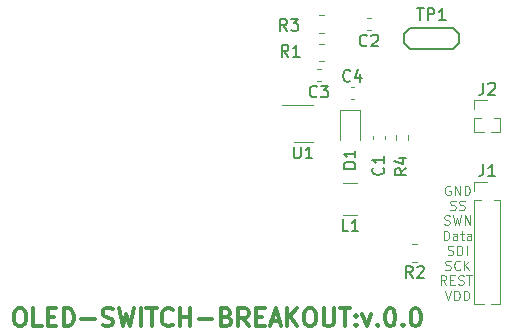
<source format=gbr>
%TF.GenerationSoftware,KiCad,Pcbnew,(6.0.5-0)*%
%TF.CreationDate,2022-09-30T17:34:08+08:00*%
%TF.ProjectId,breakout,62726561-6b6f-4757-942e-6b696361645f,rev?*%
%TF.SameCoordinates,Original*%
%TF.FileFunction,Legend,Top*%
%TF.FilePolarity,Positive*%
%FSLAX46Y46*%
G04 Gerber Fmt 4.6, Leading zero omitted, Abs format (unit mm)*
G04 Created by KiCad (PCBNEW (6.0.5-0)) date 2022-09-30 17:34:08*
%MOMM*%
%LPD*%
G01*
G04 APERTURE LIST*
%ADD10C,0.300000*%
%ADD11C,0.100000*%
%ADD12C,0.150000*%
%ADD13C,0.120000*%
G04 APERTURE END LIST*
D10*
X-12517142Y-11273571D02*
X-12231428Y-11273571D01*
X-12088571Y-11345000D01*
X-11945714Y-11487857D01*
X-11874285Y-11773571D01*
X-11874285Y-12273571D01*
X-11945714Y-12559285D01*
X-12088571Y-12702142D01*
X-12231428Y-12773571D01*
X-12517142Y-12773571D01*
X-12659999Y-12702142D01*
X-12802857Y-12559285D01*
X-12874285Y-12273571D01*
X-12874285Y-11773571D01*
X-12802857Y-11487857D01*
X-12659999Y-11345000D01*
X-12517142Y-11273571D01*
X-10517142Y-12773571D02*
X-11231428Y-12773571D01*
X-11231428Y-11273571D01*
X-10017142Y-11987857D02*
X-9517142Y-11987857D01*
X-9302857Y-12773571D02*
X-10017142Y-12773571D01*
X-10017142Y-11273571D01*
X-9302857Y-11273571D01*
X-8659999Y-12773571D02*
X-8659999Y-11273571D01*
X-8302857Y-11273571D01*
X-8088571Y-11345000D01*
X-7945714Y-11487857D01*
X-7874285Y-11630714D01*
X-7802857Y-11916428D01*
X-7802857Y-12130714D01*
X-7874285Y-12416428D01*
X-7945714Y-12559285D01*
X-8088571Y-12702142D01*
X-8302857Y-12773571D01*
X-8659999Y-12773571D01*
X-7159999Y-12202142D02*
X-6017142Y-12202142D01*
X-5374285Y-12702142D02*
X-5159999Y-12773571D01*
X-4802857Y-12773571D01*
X-4659999Y-12702142D01*
X-4588571Y-12630714D01*
X-4517142Y-12487857D01*
X-4517142Y-12345000D01*
X-4588571Y-12202142D01*
X-4659999Y-12130714D01*
X-4802857Y-12059285D01*
X-5088571Y-11987857D01*
X-5231428Y-11916428D01*
X-5302857Y-11845000D01*
X-5374285Y-11702142D01*
X-5374285Y-11559285D01*
X-5302857Y-11416428D01*
X-5231428Y-11345000D01*
X-5088571Y-11273571D01*
X-4731428Y-11273571D01*
X-4517142Y-11345000D01*
X-4017142Y-11273571D02*
X-3659999Y-12773571D01*
X-3374285Y-11702142D01*
X-3088571Y-12773571D01*
X-2731428Y-11273571D01*
X-2159999Y-12773571D02*
X-2159999Y-11273571D01*
X-1659999Y-11273571D02*
X-802857Y-11273571D01*
X-1231428Y-12773571D02*
X-1231428Y-11273571D01*
X554285Y-12630714D02*
X482857Y-12702142D01*
X268571Y-12773571D01*
X125714Y-12773571D01*
X-88571Y-12702142D01*
X-231428Y-12559285D01*
X-302857Y-12416428D01*
X-374285Y-12130714D01*
X-374285Y-11916428D01*
X-302857Y-11630714D01*
X-231428Y-11487857D01*
X-88571Y-11345000D01*
X125714Y-11273571D01*
X268571Y-11273571D01*
X482857Y-11345000D01*
X554285Y-11416428D01*
X1197142Y-12773571D02*
X1197142Y-11273571D01*
X1197142Y-11987857D02*
X2054285Y-11987857D01*
X2054285Y-12773571D02*
X2054285Y-11273571D01*
X2768571Y-12202142D02*
X3911428Y-12202142D01*
X5125714Y-11987857D02*
X5340000Y-12059285D01*
X5411428Y-12130714D01*
X5482857Y-12273571D01*
X5482857Y-12487857D01*
X5411428Y-12630714D01*
X5340000Y-12702142D01*
X5197142Y-12773571D01*
X4625714Y-12773571D01*
X4625714Y-11273571D01*
X5125714Y-11273571D01*
X5268571Y-11345000D01*
X5340000Y-11416428D01*
X5411428Y-11559285D01*
X5411428Y-11702142D01*
X5340000Y-11845000D01*
X5268571Y-11916428D01*
X5125714Y-11987857D01*
X4625714Y-11987857D01*
X6982857Y-12773571D02*
X6482857Y-12059285D01*
X6125714Y-12773571D02*
X6125714Y-11273571D01*
X6697142Y-11273571D01*
X6840000Y-11345000D01*
X6911428Y-11416428D01*
X6982857Y-11559285D01*
X6982857Y-11773571D01*
X6911428Y-11916428D01*
X6840000Y-11987857D01*
X6697142Y-12059285D01*
X6125714Y-12059285D01*
X7625714Y-11987857D02*
X8125714Y-11987857D01*
X8340000Y-12773571D02*
X7625714Y-12773571D01*
X7625714Y-11273571D01*
X8340000Y-11273571D01*
X8911428Y-12345000D02*
X9625714Y-12345000D01*
X8768571Y-12773571D02*
X9268571Y-11273571D01*
X9768571Y-12773571D01*
X10268571Y-12773571D02*
X10268571Y-11273571D01*
X11125714Y-12773571D02*
X10482857Y-11916428D01*
X11125714Y-11273571D02*
X10268571Y-12130714D01*
X12054285Y-11273571D02*
X12340000Y-11273571D01*
X12482857Y-11345000D01*
X12625714Y-11487857D01*
X12697142Y-11773571D01*
X12697142Y-12273571D01*
X12625714Y-12559285D01*
X12482857Y-12702142D01*
X12340000Y-12773571D01*
X12054285Y-12773571D01*
X11911428Y-12702142D01*
X11768571Y-12559285D01*
X11697142Y-12273571D01*
X11697142Y-11773571D01*
X11768571Y-11487857D01*
X11911428Y-11345000D01*
X12054285Y-11273571D01*
X13340000Y-11273571D02*
X13340000Y-12487857D01*
X13411428Y-12630714D01*
X13482857Y-12702142D01*
X13625714Y-12773571D01*
X13911428Y-12773571D01*
X14054285Y-12702142D01*
X14125714Y-12630714D01*
X14197142Y-12487857D01*
X14197142Y-11273571D01*
X14697142Y-11273571D02*
X15554285Y-11273571D01*
X15125714Y-12773571D02*
X15125714Y-11273571D01*
X16054285Y-12630714D02*
X16125714Y-12702142D01*
X16054285Y-12773571D01*
X15982857Y-12702142D01*
X16054285Y-12630714D01*
X16054285Y-12773571D01*
X16054285Y-11845000D02*
X16125714Y-11916428D01*
X16054285Y-11987857D01*
X15982857Y-11916428D01*
X16054285Y-11845000D01*
X16054285Y-11987857D01*
X16625714Y-11773571D02*
X16982857Y-12773571D01*
X17340000Y-11773571D01*
X17911428Y-12630714D02*
X17982857Y-12702142D01*
X17911428Y-12773571D01*
X17840000Y-12702142D01*
X17911428Y-12630714D01*
X17911428Y-12773571D01*
X18911428Y-11273571D02*
X19054285Y-11273571D01*
X19197142Y-11345000D01*
X19268571Y-11416428D01*
X19340000Y-11559285D01*
X19411428Y-11845000D01*
X19411428Y-12202142D01*
X19340000Y-12487857D01*
X19268571Y-12630714D01*
X19197142Y-12702142D01*
X19054285Y-12773571D01*
X18911428Y-12773571D01*
X18768571Y-12702142D01*
X18697142Y-12630714D01*
X18625714Y-12487857D01*
X18554285Y-12202142D01*
X18554285Y-11845000D01*
X18625714Y-11559285D01*
X18697142Y-11416428D01*
X18768571Y-11345000D01*
X18911428Y-11273571D01*
X20054285Y-12630714D02*
X20125714Y-12702142D01*
X20054285Y-12773571D01*
X19982857Y-12702142D01*
X20054285Y-12630714D01*
X20054285Y-12773571D01*
X21054285Y-11273571D02*
X21197142Y-11273571D01*
X21339999Y-11345000D01*
X21411428Y-11416428D01*
X21482857Y-11559285D01*
X21554285Y-11845000D01*
X21554285Y-12202142D01*
X21482857Y-12487857D01*
X21411428Y-12630714D01*
X21339999Y-12702142D01*
X21197142Y-12773571D01*
X21054285Y-12773571D01*
X20911428Y-12702142D01*
X20839999Y-12630714D01*
X20768571Y-12487857D01*
X20697142Y-12202142D01*
X20697142Y-11845000D01*
X20768571Y-11559285D01*
X20839999Y-11416428D01*
X20911428Y-11345000D01*
X21054285Y-11273571D01*
D11*
X23719257Y-9271077D02*
X23452590Y-8890125D01*
X23262114Y-9271077D02*
X23262114Y-8471077D01*
X23566876Y-8471077D01*
X23643066Y-8509173D01*
X23681161Y-8547268D01*
X23719257Y-8623458D01*
X23719257Y-8737744D01*
X23681161Y-8813934D01*
X23643066Y-8852030D01*
X23566876Y-8890125D01*
X23262114Y-8890125D01*
X24062114Y-8852030D02*
X24328780Y-8852030D01*
X24443066Y-9271077D02*
X24062114Y-9271077D01*
X24062114Y-8471077D01*
X24443066Y-8471077D01*
X24747828Y-9232982D02*
X24862114Y-9271077D01*
X25052590Y-9271077D01*
X25128780Y-9232982D01*
X25166876Y-9194887D01*
X25204971Y-9118696D01*
X25204971Y-9042506D01*
X25166876Y-8966315D01*
X25128780Y-8928220D01*
X25052590Y-8890125D01*
X24900209Y-8852030D01*
X24824018Y-8813934D01*
X24785923Y-8775839D01*
X24747828Y-8699649D01*
X24747828Y-8623458D01*
X24785923Y-8547268D01*
X24824018Y-8509173D01*
X24900209Y-8471077D01*
X25090685Y-8471077D01*
X25204971Y-8509173D01*
X25433542Y-8471077D02*
X25890685Y-8471077D01*
X25662114Y-9271077D02*
X25662114Y-8471077D01*
X23593333Y-9751904D02*
X23860000Y-10551904D01*
X24126666Y-9751904D01*
X24393333Y-10551904D02*
X24393333Y-9751904D01*
X24583809Y-9751904D01*
X24698095Y-9790000D01*
X24774285Y-9866190D01*
X24812380Y-9942380D01*
X24850476Y-10094761D01*
X24850476Y-10209047D01*
X24812380Y-10361428D01*
X24774285Y-10437619D01*
X24698095Y-10513809D01*
X24583809Y-10551904D01*
X24393333Y-10551904D01*
X25193333Y-10551904D02*
X25193333Y-9751904D01*
X25383809Y-9751904D01*
X25498095Y-9790000D01*
X25574285Y-9866190D01*
X25612380Y-9942380D01*
X25650476Y-10094761D01*
X25650476Y-10209047D01*
X25612380Y-10361428D01*
X25574285Y-10437619D01*
X25498095Y-10513809D01*
X25383809Y-10551904D01*
X25193333Y-10551904D01*
X24050476Y-900000D02*
X23974285Y-861904D01*
X23860000Y-861904D01*
X23745714Y-900000D01*
X23669523Y-976190D01*
X23631428Y-1052380D01*
X23593333Y-1204761D01*
X23593333Y-1319047D01*
X23631428Y-1471428D01*
X23669523Y-1547619D01*
X23745714Y-1623809D01*
X23860000Y-1661904D01*
X23936190Y-1661904D01*
X24050476Y-1623809D01*
X24088571Y-1585714D01*
X24088571Y-1319047D01*
X23936190Y-1319047D01*
X24431428Y-1661904D02*
X24431428Y-861904D01*
X24888571Y-1661904D01*
X24888571Y-861904D01*
X25269523Y-1661904D02*
X25269523Y-861904D01*
X25460000Y-861904D01*
X25574285Y-900000D01*
X25650476Y-976190D01*
X25688571Y-1052380D01*
X25726666Y-1204761D01*
X25726666Y-1319047D01*
X25688571Y-1471428D01*
X25650476Y-1547619D01*
X25574285Y-1623809D01*
X25460000Y-1661904D01*
X25269523Y-1661904D01*
X24050476Y-2893809D02*
X24164761Y-2931904D01*
X24355238Y-2931904D01*
X24431428Y-2893809D01*
X24469523Y-2855714D01*
X24507619Y-2779523D01*
X24507619Y-2703333D01*
X24469523Y-2627142D01*
X24431428Y-2589047D01*
X24355238Y-2550952D01*
X24202857Y-2512857D01*
X24126666Y-2474761D01*
X24088571Y-2436666D01*
X24050476Y-2360476D01*
X24050476Y-2284285D01*
X24088571Y-2208095D01*
X24126666Y-2170000D01*
X24202857Y-2131904D01*
X24393333Y-2131904D01*
X24507619Y-2170000D01*
X24812380Y-2893809D02*
X24926666Y-2931904D01*
X25117142Y-2931904D01*
X25193333Y-2893809D01*
X25231428Y-2855714D01*
X25269523Y-2779523D01*
X25269523Y-2703333D01*
X25231428Y-2627142D01*
X25193333Y-2589047D01*
X25117142Y-2550952D01*
X24964761Y-2512857D01*
X24888571Y-2474761D01*
X24850476Y-2436666D01*
X24812380Y-2360476D01*
X24812380Y-2284285D01*
X24850476Y-2208095D01*
X24888571Y-2170000D01*
X24964761Y-2131904D01*
X25155238Y-2131904D01*
X25269523Y-2170000D01*
X23555238Y-4154809D02*
X23669523Y-4192904D01*
X23860000Y-4192904D01*
X23936190Y-4154809D01*
X23974285Y-4116714D01*
X24012380Y-4040523D01*
X24012380Y-3964333D01*
X23974285Y-3888142D01*
X23936190Y-3850047D01*
X23860000Y-3811952D01*
X23707619Y-3773857D01*
X23631428Y-3735761D01*
X23593333Y-3697666D01*
X23555238Y-3621476D01*
X23555238Y-3545285D01*
X23593333Y-3469095D01*
X23631428Y-3431000D01*
X23707619Y-3392904D01*
X23898095Y-3392904D01*
X24012380Y-3431000D01*
X24279047Y-3392904D02*
X24469523Y-4192904D01*
X24621904Y-3621476D01*
X24774285Y-4192904D01*
X24964761Y-3392904D01*
X25269523Y-4192904D02*
X25269523Y-3392904D01*
X25726666Y-4192904D01*
X25726666Y-3392904D01*
X23631428Y-7973809D02*
X23745714Y-8011904D01*
X23936190Y-8011904D01*
X24012380Y-7973809D01*
X24050476Y-7935714D01*
X24088571Y-7859523D01*
X24088571Y-7783333D01*
X24050476Y-7707142D01*
X24012380Y-7669047D01*
X23936190Y-7630952D01*
X23783809Y-7592857D01*
X23707619Y-7554761D01*
X23669523Y-7516666D01*
X23631428Y-7440476D01*
X23631428Y-7364285D01*
X23669523Y-7288095D01*
X23707619Y-7250000D01*
X23783809Y-7211904D01*
X23974285Y-7211904D01*
X24088571Y-7250000D01*
X24888571Y-7935714D02*
X24850476Y-7973809D01*
X24736190Y-8011904D01*
X24660000Y-8011904D01*
X24545714Y-7973809D01*
X24469523Y-7897619D01*
X24431428Y-7821428D01*
X24393333Y-7669047D01*
X24393333Y-7554761D01*
X24431428Y-7402380D01*
X24469523Y-7326190D01*
X24545714Y-7250000D01*
X24660000Y-7211904D01*
X24736190Y-7211904D01*
X24850476Y-7250000D01*
X24888571Y-7288095D01*
X25231428Y-8011904D02*
X25231428Y-7211904D01*
X25688571Y-8011904D02*
X25345714Y-7554761D01*
X25688571Y-7211904D02*
X25231428Y-7669047D01*
X23840952Y-6703809D02*
X23955238Y-6741904D01*
X24145714Y-6741904D01*
X24221904Y-6703809D01*
X24260000Y-6665714D01*
X24298095Y-6589523D01*
X24298095Y-6513333D01*
X24260000Y-6437142D01*
X24221904Y-6399047D01*
X24145714Y-6360952D01*
X23993333Y-6322857D01*
X23917142Y-6284761D01*
X23879047Y-6246666D01*
X23840952Y-6170476D01*
X23840952Y-6094285D01*
X23879047Y-6018095D01*
X23917142Y-5980000D01*
X23993333Y-5941904D01*
X24183809Y-5941904D01*
X24298095Y-5980000D01*
X24640952Y-6741904D02*
X24640952Y-5941904D01*
X24831428Y-5941904D01*
X24945714Y-5980000D01*
X25021904Y-6056190D01*
X25060000Y-6132380D01*
X25098095Y-6284761D01*
X25098095Y-6399047D01*
X25060000Y-6551428D01*
X25021904Y-6627619D01*
X24945714Y-6703809D01*
X24831428Y-6741904D01*
X24640952Y-6741904D01*
X25440952Y-6741904D02*
X25440952Y-5941904D01*
X23498095Y-5471904D02*
X23498095Y-4671904D01*
X23688571Y-4671904D01*
X23802857Y-4710000D01*
X23879047Y-4786190D01*
X23917142Y-4862380D01*
X23955238Y-5014761D01*
X23955238Y-5129047D01*
X23917142Y-5281428D01*
X23879047Y-5357619D01*
X23802857Y-5433809D01*
X23688571Y-5471904D01*
X23498095Y-5471904D01*
X24640952Y-5471904D02*
X24640952Y-5052857D01*
X24602857Y-4976666D01*
X24526666Y-4938571D01*
X24374285Y-4938571D01*
X24298095Y-4976666D01*
X24640952Y-5433809D02*
X24564761Y-5471904D01*
X24374285Y-5471904D01*
X24298095Y-5433809D01*
X24260000Y-5357619D01*
X24260000Y-5281428D01*
X24298095Y-5205238D01*
X24374285Y-5167142D01*
X24564761Y-5167142D01*
X24640952Y-5129047D01*
X24907619Y-4938571D02*
X25212380Y-4938571D01*
X25021904Y-4671904D02*
X25021904Y-5357619D01*
X25060000Y-5433809D01*
X25136190Y-5471904D01*
X25212380Y-5471904D01*
X25821904Y-5471904D02*
X25821904Y-5052857D01*
X25783809Y-4976666D01*
X25707619Y-4938571D01*
X25555238Y-4938571D01*
X25479047Y-4976666D01*
X25821904Y-5433809D02*
X25745714Y-5471904D01*
X25555238Y-5471904D01*
X25479047Y-5433809D01*
X25440952Y-5357619D01*
X25440952Y-5281428D01*
X25479047Y-5205238D01*
X25555238Y-5167142D01*
X25745714Y-5167142D01*
X25821904Y-5129047D01*
D12*
%TO.C,J2*%
X26866666Y7842619D02*
X26866666Y7128333D01*
X26819047Y6985476D01*
X26723809Y6890238D01*
X26580952Y6842619D01*
X26485714Y6842619D01*
X27295238Y7747380D02*
X27342857Y7795000D01*
X27438095Y7842619D01*
X27676190Y7842619D01*
X27771428Y7795000D01*
X27819047Y7747380D01*
X27866666Y7652142D01*
X27866666Y7556904D01*
X27819047Y7414047D01*
X27247619Y6842619D01*
X27866666Y6842619D01*
%TO.C,L1*%
X15433333Y-4732380D02*
X14957142Y-4732380D01*
X14957142Y-3732380D01*
X16290476Y-4732380D02*
X15719047Y-4732380D01*
X16004761Y-4732380D02*
X16004761Y-3732380D01*
X15909523Y-3875238D01*
X15814285Y-3970476D01*
X15719047Y-4018095D01*
%TO.C,TP1*%
X21238095Y14147619D02*
X21809523Y14147619D01*
X21523809Y13147619D02*
X21523809Y14147619D01*
X22142857Y13147619D02*
X22142857Y14147619D01*
X22523809Y14147619D01*
X22619047Y14100000D01*
X22666666Y14052380D01*
X22714285Y13957142D01*
X22714285Y13814285D01*
X22666666Y13719047D01*
X22619047Y13671428D01*
X22523809Y13623809D01*
X22142857Y13623809D01*
X23666666Y13147619D02*
X23095238Y13147619D01*
X23380952Y13147619D02*
X23380952Y14147619D01*
X23285714Y14004761D01*
X23190476Y13909523D01*
X23095238Y13861904D01*
%TO.C,C1*%
X18364445Y646906D02*
X18412064Y599287D01*
X18459683Y456430D01*
X18459683Y361192D01*
X18412064Y218334D01*
X18316826Y123096D01*
X18221588Y75477D01*
X18031112Y27858D01*
X17888255Y27858D01*
X17697779Y75477D01*
X17602541Y123096D01*
X17507303Y218334D01*
X17459683Y361192D01*
X17459683Y456430D01*
X17507303Y599287D01*
X17554922Y646906D01*
X18459683Y1599287D02*
X18459683Y1027858D01*
X18459683Y1313573D02*
X17459683Y1313573D01*
X17602541Y1218334D01*
X17697779Y1123096D01*
X17745398Y1027858D01*
%TO.C,D1*%
X16034575Y573490D02*
X15034575Y573490D01*
X15034575Y811586D01*
X15082195Y954443D01*
X15177433Y1049681D01*
X15272671Y1097300D01*
X15463147Y1144919D01*
X15606004Y1144919D01*
X15796480Y1097300D01*
X15891718Y1049681D01*
X15986956Y954443D01*
X16034575Y811586D01*
X16034575Y573490D01*
X16034575Y2097300D02*
X16034575Y1525871D01*
X16034575Y1811586D02*
X15034575Y1811586D01*
X15177433Y1716347D01*
X15272671Y1621109D01*
X15320290Y1525871D01*
%TO.C,C2*%
X17008333Y11012857D02*
X16960714Y10965238D01*
X16817857Y10917619D01*
X16722619Y10917619D01*
X16579761Y10965238D01*
X16484523Y11060476D01*
X16436904Y11155714D01*
X16389285Y11346190D01*
X16389285Y11489047D01*
X16436904Y11679523D01*
X16484523Y11774761D01*
X16579761Y11870000D01*
X16722619Y11917619D01*
X16817857Y11917619D01*
X16960714Y11870000D01*
X17008333Y11822380D01*
X17389285Y11822380D02*
X17436904Y11870000D01*
X17532142Y11917619D01*
X17770238Y11917619D01*
X17865476Y11870000D01*
X17913095Y11822380D01*
X17960714Y11727142D01*
X17960714Y11631904D01*
X17913095Y11489047D01*
X17341666Y10917619D01*
X17960714Y10917619D01*
%TO.C,R1*%
X10348785Y10041876D02*
X10015452Y10518066D01*
X9777356Y10041876D02*
X9777356Y11041876D01*
X10158309Y11041876D01*
X10253547Y10994257D01*
X10301166Y10946637D01*
X10348785Y10851399D01*
X10348785Y10708542D01*
X10301166Y10613304D01*
X10253547Y10565685D01*
X10158309Y10518066D01*
X9777356Y10518066D01*
X11301166Y10041876D02*
X10729737Y10041876D01*
X11015452Y10041876D02*
X11015452Y11041876D01*
X10920213Y10899018D01*
X10824975Y10803780D01*
X10729737Y10756161D01*
%TO.C,R2*%
X20873154Y-8683600D02*
X20539821Y-8207410D01*
X20301725Y-8683600D02*
X20301725Y-7683600D01*
X20682678Y-7683600D01*
X20777916Y-7731220D01*
X20825535Y-7778839D01*
X20873154Y-7874077D01*
X20873154Y-8016934D01*
X20825535Y-8112172D01*
X20777916Y-8159791D01*
X20682678Y-8207410D01*
X20301725Y-8207410D01*
X21254106Y-7778839D02*
X21301725Y-7731220D01*
X21396963Y-7683600D01*
X21635059Y-7683600D01*
X21730297Y-7731220D01*
X21777916Y-7778839D01*
X21825535Y-7874077D01*
X21825535Y-7969315D01*
X21777916Y-8112172D01*
X21206487Y-8683600D01*
X21825535Y-8683600D01*
%TO.C,C3*%
X12773500Y6699467D02*
X12725881Y6651848D01*
X12583024Y6604229D01*
X12487786Y6604229D01*
X12344928Y6651848D01*
X12249690Y6747086D01*
X12202071Y6842324D01*
X12154452Y7032800D01*
X12154452Y7175657D01*
X12202071Y7366133D01*
X12249690Y7461371D01*
X12344928Y7556610D01*
X12487786Y7604229D01*
X12583024Y7604229D01*
X12725881Y7556610D01*
X12773500Y7508990D01*
X13106833Y7604229D02*
X13725881Y7604229D01*
X13392547Y7223276D01*
X13535405Y7223276D01*
X13630643Y7175657D01*
X13678262Y7128038D01*
X13725881Y7032800D01*
X13725881Y6794705D01*
X13678262Y6699467D01*
X13630643Y6651848D01*
X13535405Y6604229D01*
X13249690Y6604229D01*
X13154452Y6651848D01*
X13106833Y6699467D01*
%TO.C,J1*%
X26866666Y942619D02*
X26866666Y228333D01*
X26819047Y85476D01*
X26723809Y-9761D01*
X26580952Y-57380D01*
X26485714Y-57380D01*
X27866666Y-57380D02*
X27295238Y-57380D01*
X27580952Y-57380D02*
X27580952Y942619D01*
X27485714Y799761D01*
X27390476Y704523D01*
X27295238Y656904D01*
%TO.C,R3*%
X10229695Y12239630D02*
X9896362Y12715820D01*
X9658266Y12239630D02*
X9658266Y13239630D01*
X10039219Y13239630D01*
X10134457Y13192011D01*
X10182076Y13144391D01*
X10229695Y13049153D01*
X10229695Y12906296D01*
X10182076Y12811058D01*
X10134457Y12763439D01*
X10039219Y12715820D01*
X9658266Y12715820D01*
X10563028Y13239630D02*
X11182076Y13239630D01*
X10848742Y12858677D01*
X10991600Y12858677D01*
X11086838Y12811058D01*
X11134457Y12763439D01*
X11182076Y12668201D01*
X11182076Y12430106D01*
X11134457Y12334868D01*
X11086838Y12287249D01*
X10991600Y12239630D01*
X10705885Y12239630D01*
X10610647Y12287249D01*
X10563028Y12334868D01*
%TO.C,R4*%
X20354298Y581948D02*
X19878108Y248615D01*
X20354298Y10519D02*
X19354298Y10519D01*
X19354298Y391472D01*
X19401918Y486710D01*
X19449537Y534329D01*
X19544775Y581948D01*
X19687632Y581948D01*
X19782870Y534329D01*
X19830489Y486710D01*
X19878108Y391472D01*
X19878108Y10519D01*
X19687632Y1439091D02*
X20354298Y1439091D01*
X19306679Y1200995D02*
X20020965Y962900D01*
X20020965Y1581948D01*
%TO.C,U1*%
X10816442Y2427681D02*
X10816442Y1618157D01*
X10864061Y1522919D01*
X10911680Y1475300D01*
X11006918Y1427681D01*
X11197394Y1427681D01*
X11292632Y1475300D01*
X11340251Y1522919D01*
X11387870Y1618157D01*
X11387870Y2427681D01*
X12387870Y1427681D02*
X11816442Y1427681D01*
X12102156Y1427681D02*
X12102156Y2427681D01*
X12006918Y2284823D01*
X11911680Y2189585D01*
X11816442Y2141966D01*
%TO.C,C4*%
X15603333Y8027857D02*
X15555714Y7980238D01*
X15412857Y7932619D01*
X15317619Y7932619D01*
X15174761Y7980238D01*
X15079523Y8075476D01*
X15031904Y8170714D01*
X14984285Y8361190D01*
X14984285Y8504047D01*
X15031904Y8694523D01*
X15079523Y8789761D01*
X15174761Y8885000D01*
X15317619Y8932619D01*
X15412857Y8932619D01*
X15555714Y8885000D01*
X15603333Y8837380D01*
X16460476Y8599285D02*
X16460476Y7932619D01*
X16222380Y8980238D02*
X15984285Y8265952D01*
X16603333Y8265952D01*
D13*
%TO.C,J2*%
X26090000Y4840000D02*
X26090000Y3635000D01*
X26090000Y3635000D02*
X26892470Y3635000D01*
X28310000Y4840000D02*
X28310000Y3635000D01*
X27507530Y3635000D02*
X28310000Y3635000D01*
X26090000Y5600000D02*
X26090000Y6360000D01*
X26090000Y6360000D02*
X27200000Y6360000D01*
X26090000Y4840000D02*
X26636529Y4840000D01*
X27763471Y4840000D02*
X28310000Y4840000D01*
%TO.C,L1*%
X16202064Y-640000D02*
X14997936Y-640000D01*
X16202064Y-3360000D02*
X14997936Y-3360000D01*
D12*
%TO.C,TP1*%
X24270000Y12500000D02*
X24770000Y12000000D01*
X20170000Y11200000D02*
X20170000Y12000000D01*
X20670000Y10700000D02*
X20170000Y11200000D01*
X20170000Y12000000D02*
X20670000Y12500000D01*
X20670000Y12500000D02*
X24270000Y12500000D01*
X24770000Y11200000D02*
X24270000Y10700000D01*
X24770000Y12000000D02*
X24770000Y11200000D01*
X24270000Y10700000D02*
X20670000Y10700000D01*
D13*
%TO.C,C1*%
X17489999Y3059420D02*
X17489999Y3340580D01*
X18509999Y3059420D02*
X18509999Y3340580D01*
%TO.C,D1*%
X16450000Y5500000D02*
X16450000Y2950000D01*
X14750000Y5500000D02*
X14750000Y2950000D01*
X16450000Y5500000D02*
X14750000Y5500000D01*
%TO.C,C2*%
X17315580Y12290000D02*
X17034420Y12290000D01*
X17315580Y13310000D02*
X17034420Y13310000D01*
%TO.C,R1*%
X12947936Y11135000D02*
X13402064Y11135000D01*
X12947936Y9665000D02*
X13402064Y9665000D01*
%TO.C,R2*%
X21266885Y-5846220D02*
X20812757Y-5846220D01*
X21266885Y-7316220D02*
X20812757Y-7316220D01*
%TO.C,C3*%
X13080747Y8996610D02*
X12799587Y8996610D01*
X13080747Y7976610D02*
X12799587Y7976610D01*
%TO.C,J1*%
X27763471Y-2060000D02*
X28310000Y-2060000D01*
X28310000Y-2060000D02*
X28310000Y-10885000D01*
X26090000Y-540000D02*
X27200000Y-540000D01*
X27507530Y-10885000D02*
X28310000Y-10885000D01*
X26090000Y-2060000D02*
X26636529Y-2060000D01*
X26090000Y-10885000D02*
X26892470Y-10885000D01*
X26090000Y-2060000D02*
X26090000Y-10885000D01*
X26090000Y-1300000D02*
X26090000Y-540000D01*
%TO.C,R3*%
X13402064Y12065000D02*
X12947936Y12065000D01*
X13402064Y13535000D02*
X12947936Y13535000D01*
%TO.C,R4*%
X20522500Y3437258D02*
X20522500Y2962742D01*
X19477500Y3437258D02*
X19477500Y2962742D01*
%TO.C,U1*%
X11600000Y2840000D02*
X12400000Y2840000D01*
X11600000Y5960000D02*
X9800000Y5960000D01*
X11600000Y5960000D02*
X12400000Y5960000D01*
X11600000Y2840000D02*
X10800000Y2840000D01*
%TO.C,C4*%
X15629420Y6445000D02*
X15910580Y6445000D01*
X15629420Y7465000D02*
X15910580Y7465000D01*
%TD*%
M02*

</source>
